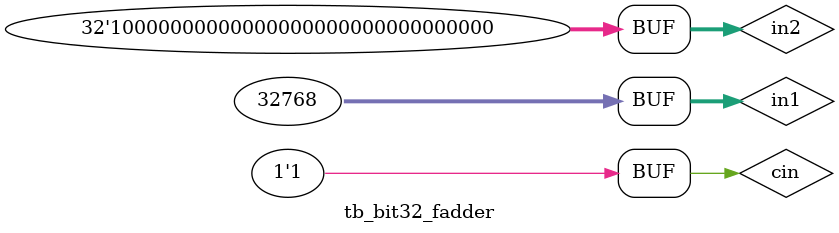
<source format=v>
module tb_bit32_fadder;
    wire [31:0]out;
    wire carry;
    reg [31:0]in1,in2;
    reg cin;

    bit32_fadder fadd(out,carry,cin,in1,in2);

    initial 
        $monitor($time," in1=%h in2=%h cin=%b | out=%h carry=%b",in1,in2,cin,out,carry);
    initial
    begin
        in1=32'h8000_0000;
        in2=32'h8000_0000;
        cin=1'b0;
        #100 in1=32'h0000_8000;
        cin=1'b1;

    end
endmodule
</source>
